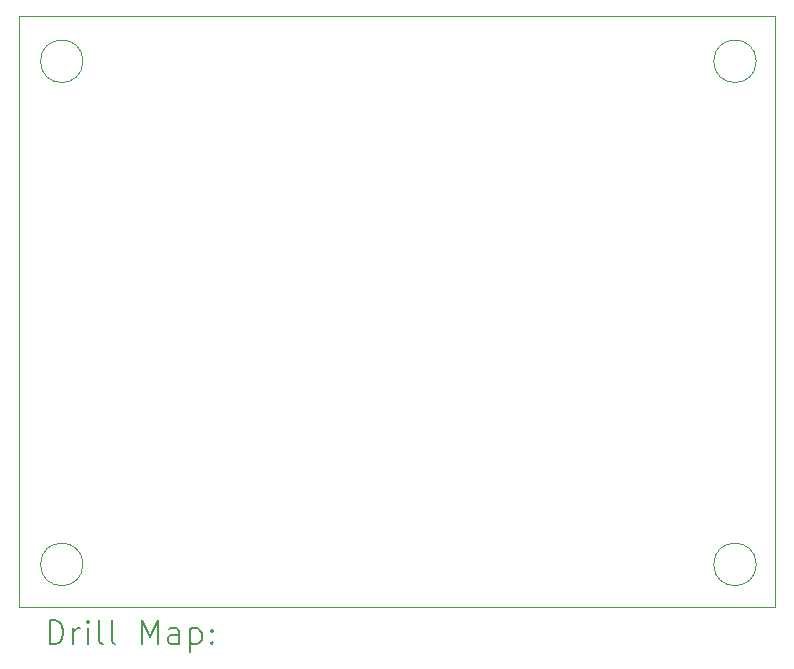
<source format=gbr>
%TF.GenerationSoftware,KiCad,Pcbnew,9.0.2*%
%TF.CreationDate,2025-07-03T21:31:51+02:00*%
%TF.ProjectId,clock divider,636c6f63-6b20-4646-9976-696465722e6b,rev?*%
%TF.SameCoordinates,Original*%
%TF.FileFunction,Drillmap*%
%TF.FilePolarity,Positive*%
%FSLAX45Y45*%
G04 Gerber Fmt 4.5, Leading zero omitted, Abs format (unit mm)*
G04 Created by KiCad (PCBNEW 9.0.2) date 2025-07-03 21:31:51*
%MOMM*%
%LPD*%
G01*
G04 APERTURE LIST*
%ADD10C,0.050000*%
%ADD11C,0.200000*%
G04 APERTURE END LIST*
D10*
X16040000Y-6000000D02*
X22440000Y-6000000D01*
X22440000Y-11000000D01*
X16040000Y-11000000D01*
X16040000Y-6000000D01*
X22280000Y-6380000D02*
G75*
G02*
X21920000Y-6380000I-180000J0D01*
G01*
X21920000Y-6380000D02*
G75*
G02*
X22280000Y-6380000I180000J0D01*
G01*
X16580000Y-10640000D02*
G75*
G02*
X16220000Y-10640000I-180000J0D01*
G01*
X16220000Y-10640000D02*
G75*
G02*
X16580000Y-10640000I180000J0D01*
G01*
X22280000Y-10640000D02*
G75*
G02*
X21920000Y-10640000I-180000J0D01*
G01*
X21920000Y-10640000D02*
G75*
G02*
X22280000Y-10640000I180000J0D01*
G01*
X16580000Y-6380000D02*
G75*
G02*
X16220000Y-6380000I-180000J0D01*
G01*
X16220000Y-6380000D02*
G75*
G02*
X16580000Y-6380000I180000J0D01*
G01*
D11*
X16298277Y-11313984D02*
X16298277Y-11113984D01*
X16298277Y-11113984D02*
X16345896Y-11113984D01*
X16345896Y-11113984D02*
X16374467Y-11123508D01*
X16374467Y-11123508D02*
X16393515Y-11142555D01*
X16393515Y-11142555D02*
X16403039Y-11161603D01*
X16403039Y-11161603D02*
X16412562Y-11199698D01*
X16412562Y-11199698D02*
X16412562Y-11228269D01*
X16412562Y-11228269D02*
X16403039Y-11266365D01*
X16403039Y-11266365D02*
X16393515Y-11285412D01*
X16393515Y-11285412D02*
X16374467Y-11304460D01*
X16374467Y-11304460D02*
X16345896Y-11313984D01*
X16345896Y-11313984D02*
X16298277Y-11313984D01*
X16498277Y-11313984D02*
X16498277Y-11180650D01*
X16498277Y-11218746D02*
X16507801Y-11199698D01*
X16507801Y-11199698D02*
X16517324Y-11190174D01*
X16517324Y-11190174D02*
X16536372Y-11180650D01*
X16536372Y-11180650D02*
X16555420Y-11180650D01*
X16622086Y-11313984D02*
X16622086Y-11180650D01*
X16622086Y-11113984D02*
X16612562Y-11123508D01*
X16612562Y-11123508D02*
X16622086Y-11133031D01*
X16622086Y-11133031D02*
X16631610Y-11123508D01*
X16631610Y-11123508D02*
X16622086Y-11113984D01*
X16622086Y-11113984D02*
X16622086Y-11133031D01*
X16745896Y-11313984D02*
X16726848Y-11304460D01*
X16726848Y-11304460D02*
X16717324Y-11285412D01*
X16717324Y-11285412D02*
X16717324Y-11113984D01*
X16850658Y-11313984D02*
X16831610Y-11304460D01*
X16831610Y-11304460D02*
X16822086Y-11285412D01*
X16822086Y-11285412D02*
X16822086Y-11113984D01*
X17079229Y-11313984D02*
X17079229Y-11113984D01*
X17079229Y-11113984D02*
X17145896Y-11256841D01*
X17145896Y-11256841D02*
X17212563Y-11113984D01*
X17212563Y-11113984D02*
X17212563Y-11313984D01*
X17393515Y-11313984D02*
X17393515Y-11209222D01*
X17393515Y-11209222D02*
X17383991Y-11190174D01*
X17383991Y-11190174D02*
X17364944Y-11180650D01*
X17364944Y-11180650D02*
X17326848Y-11180650D01*
X17326848Y-11180650D02*
X17307801Y-11190174D01*
X17393515Y-11304460D02*
X17374467Y-11313984D01*
X17374467Y-11313984D02*
X17326848Y-11313984D01*
X17326848Y-11313984D02*
X17307801Y-11304460D01*
X17307801Y-11304460D02*
X17298277Y-11285412D01*
X17298277Y-11285412D02*
X17298277Y-11266365D01*
X17298277Y-11266365D02*
X17307801Y-11247317D01*
X17307801Y-11247317D02*
X17326848Y-11237793D01*
X17326848Y-11237793D02*
X17374467Y-11237793D01*
X17374467Y-11237793D02*
X17393515Y-11228269D01*
X17488753Y-11180650D02*
X17488753Y-11380650D01*
X17488753Y-11190174D02*
X17507801Y-11180650D01*
X17507801Y-11180650D02*
X17545896Y-11180650D01*
X17545896Y-11180650D02*
X17564944Y-11190174D01*
X17564944Y-11190174D02*
X17574467Y-11199698D01*
X17574467Y-11199698D02*
X17583991Y-11218746D01*
X17583991Y-11218746D02*
X17583991Y-11275888D01*
X17583991Y-11275888D02*
X17574467Y-11294936D01*
X17574467Y-11294936D02*
X17564944Y-11304460D01*
X17564944Y-11304460D02*
X17545896Y-11313984D01*
X17545896Y-11313984D02*
X17507801Y-11313984D01*
X17507801Y-11313984D02*
X17488753Y-11304460D01*
X17669705Y-11294936D02*
X17679229Y-11304460D01*
X17679229Y-11304460D02*
X17669705Y-11313984D01*
X17669705Y-11313984D02*
X17660182Y-11304460D01*
X17660182Y-11304460D02*
X17669705Y-11294936D01*
X17669705Y-11294936D02*
X17669705Y-11313984D01*
X17669705Y-11190174D02*
X17679229Y-11199698D01*
X17679229Y-11199698D02*
X17669705Y-11209222D01*
X17669705Y-11209222D02*
X17660182Y-11199698D01*
X17660182Y-11199698D02*
X17669705Y-11190174D01*
X17669705Y-11190174D02*
X17669705Y-11209222D01*
M02*

</source>
